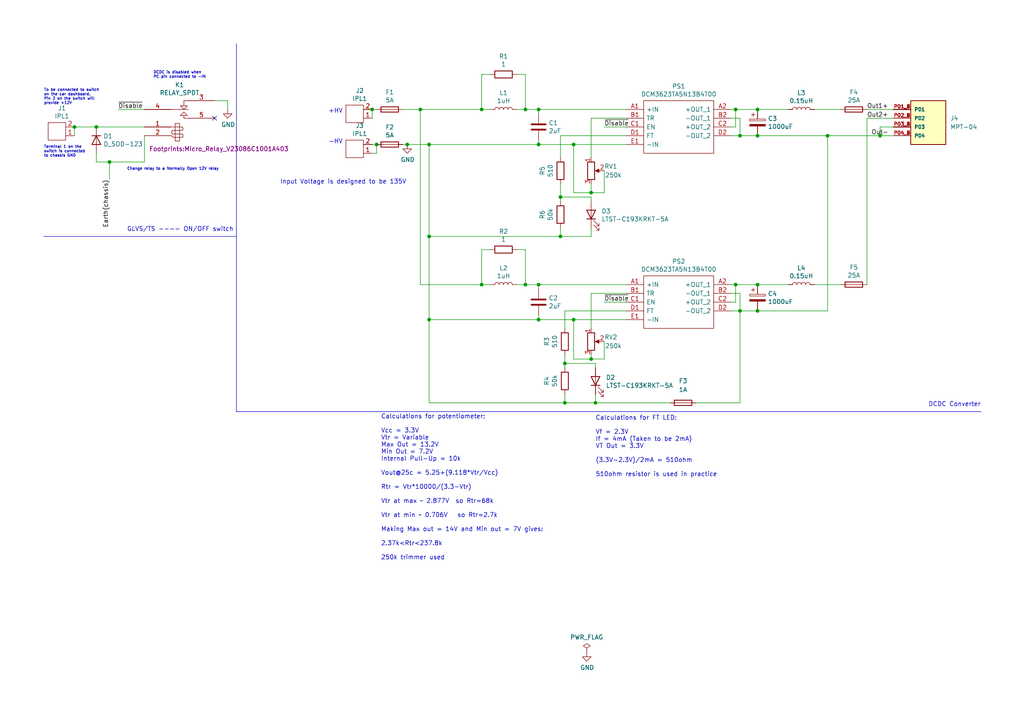
<source format=kicad_sch>
(kicad_sch (version 20231120) (generator "eeschema") (generator_version "8.0")
  (paper "A4")
  (lib_symbols
    (symbol "DCDCPCB-rescue:IPL1-FormulaStudent-fs-dcdc-converter-rescue" (pin_names (offset 1.016))
      (property "Reference" "J" (at 0 3.81 0))
      (property "Value" "IPL1-FormulaStudent-fs-dcdc-converter-rescue" (at 0 -3.81 0))
      (symbol "IPL1-FormulaStudent-fs-dcdc-converter-rescue_0_1"
        (rectangle (start -2.54 -2.54) (end 2.54 2.54))
      )
      (symbol "IPL1-FormulaStudent-fs-dcdc-converter-rescue_1_1"
        (pin passive line (at -5.08 1.27 0) (length 2.54) (name "~") (number "1"))
        (pin passive line (at -5.08 -1.27 0) (length 2.54) (name "~") (number "2"))
      )
    )
    (symbol "DCDCPCB-rescue:RELAY_SPDT-FormulaStudent-fs-dcdc-converter-rescue" (pin_names (offset 1.016) hide)
      (property "Reference" "K" (at -1.27 2.54 0))
      (property "Value" "RELAY_SPDT-FormulaStudent-fs-dcdc-converter-rescue" (at 3.81 -12.7 0))
      (symbol "RELAY_SPDT-FormulaStudent-fs-dcdc-converter-rescue_0_1"
        (polyline (pts (xy -2.54 -8.89) (xy -2.286 -8.89)))
        (polyline (pts (xy -2.54 -6.35) (xy -1.27 -6.35)))
        (polyline (pts (xy -2.54 -1.27) (xy 1.27 -1.27)))
        (polyline (pts (xy -2.286 -8.89) (xy -1.778 -9.3726)))
        (polyline (pts (xy -2.286 -8.1026) (xy -2.286 -7.62)))
        (polyline (pts (xy -2.032 -8.382) (xy -2.286 -8.1026)))
        (polyline (pts (xy -2.032 -7.366) (xy -2.286 -7.62)))
        (polyline (pts (xy -1.778 -9.3726) (xy -1.27 -9.3726)))
        (polyline (pts (xy -1.27 -10.414) (xy -1.27 -5.3086)))
        (polyline (pts (xy -1.27 -8.382) (xy -2.032 -8.382)))
        (polyline (pts (xy -1.27 -8.382) (xy 0 -8.382)))
        (polyline (pts (xy -1.27 -7.366) (xy -2.032 -7.366)))
        (polyline (pts (xy -1.27 -6.35) (xy 0 -6.35)))
        (polyline (pts (xy -1.27 -5.3086) (xy 0 -5.3086)))
        (polyline (pts (xy 0 -10.414) (xy -1.27 -10.414)))
        (polyline (pts (xy 0 -9.3726) (xy -1.27 -9.3726)))
        (polyline (pts (xy 0 -9.3726) (xy 0.7366 -9.3726)))
        (polyline (pts (xy 0 -8.382) (xy 0.7366 -8.382)))
        (polyline (pts (xy 0 -7.366) (xy -1.27 -7.366)))
        (polyline (pts (xy 0 -7.366) (xy 0.7366 -7.366)))
        (polyline (pts (xy 0 -6.35) (xy 0.7366 -6.35)))
        (polyline (pts (xy 0 -5.3086) (xy 0 -10.414)))
        (polyline (pts (xy 0.254 -3.0226) (xy 2.2606 -3.0226)))
        (polyline (pts (xy 0.254 -0.2286) (xy 2.2606 -0.2286)))
        (polyline (pts (xy 0.7366 -9.3726) (xy 0.9906 -9.144)))
        (polyline (pts (xy 0.7366 -8.382) (xy 0.9906 -8.636)))
        (polyline (pts (xy 0.7366 -7.366) (xy 0.9906 -7.112)))
        (polyline (pts (xy 0.7366 -6.35) (xy 0.9906 -6.5786)))
        (polyline (pts (xy 0.9906 -9.144) (xy 0.9906 -8.636)))
        (polyline (pts (xy 0.9906 -6.5786) (xy 0.9906 -7.112)))
        (polyline (pts (xy 1.27 -3.81) (xy 1.27 -3.302)))
        (polyline (pts (xy 1.27 -3.302) (xy 1.27 -3.0226)))
        (polyline (pts (xy 1.27 -2.032) (xy 0.254 -3.0226)))
        (polyline (pts (xy 1.27 -1.27) (xy 0.254 -0.2286)))
        (polyline (pts (xy 1.27 -1.27) (xy 2.54 -1.27)))
        (polyline (pts (xy 1.27 1.27) (xy 1.27 -0.2286)))
        (polyline (pts (xy 1.27 1.27) (xy 2.54 1.27)))
        (polyline (pts (xy 2.2606 -3.0226) (xy 1.27 -2.032)))
        (polyline (pts (xy 2.2606 -0.2286) (xy 1.27 -1.27)))
        (polyline (pts (xy 2.54 -3.81) (xy 1.27 -3.81)))
      )
      (symbol "RELAY_SPDT-FormulaStudent-fs-dcdc-converter-rescue_1_1"
        (pin input line (at -10.16 -6.35 0) (length 7.62) (name "1") (number "1"))
        (pin input line (at -10.16 -8.89 0) (length 7.62) (name "2") (number "2"))
        (pin passive line (at 10.16 1.27 180) (length 7.62) (name "R1") (number "3"))
        (pin passive line (at -10.16 -1.27 0) (length 7.62) (name "C1") (number "4"))
        (pin passive line (at 10.16 -3.81 180) (length 7.62) (name "T1") (number "5"))
      )
    )
    (symbol "DCM3623TA5N13B4T00:DCM3623TA5N13B4T00" (pin_names (offset 0.762))
      (property "Reference" "PS" (at 26.67 7.62 0))
      (property "Value" "DCM3623TA5N13B4T00_DCM3623TA5N13B4T00" (at 26.67 5.08 0))
      (symbol "DCM3623TA5N13B4T00_0_0"
        (pin passive line (at 0 0 0) (length 5.08) (name "+IN") (number "A1"))
        (pin passive line (at 30.48 0 180) (length 5.08) (name "+OUT_1") (number "A2"))
        (pin passive line (at 0 -2.54 0) (length 5.08) (name "TR") (number "B1"))
        (pin passive line (at 30.48 -2.54 180) (length 5.08) (name "-OUT_1") (number "B2"))
        (pin passive line (at 0 -5.08 0) (length 5.08) (name "EN") (number "C1"))
        (pin passive line (at 30.48 -5.08 180) (length 5.08) (name "+OUT_2") (number "C2"))
        (pin passive line (at 0 -7.62 0) (length 5.08) (name "FT") (number "D1"))
        (pin passive line (at 30.48 -7.62 180) (length 5.08) (name "-OUT_2") (number "D2"))
        (pin passive line (at 0 -10.16 0) (length 5.08) (name "-IN") (number "E1"))
      )
      (symbol "DCM3623TA5N13B4T00_0_1"
        (polyline (pts (xy 5.08 2.54) (xy 25.4 2.54) (xy 25.4 -12.7) (xy 5.08 -12.7) (xy 5.08 2.54)) (stroke (width 0.1524)))
      )
    )
    (symbol "Device:C" (pin_numbers hide) (pin_names (offset 0.254))
      (property "Reference" "C" (at 0.635 2.54 0))
      (property "Value" "C" (at 0.635 -2.54 0))
      (symbol "C_0_1"
        (polyline (pts (xy -2.032 -0.762) (xy 2.032 -0.762)) (stroke (width 0.508)))
        (polyline (pts (xy -2.032 0.762) (xy 2.032 0.762)) (stroke (width 0.508)))
      )
      (symbol "C_1_1"
        (pin passive line (at 0 3.81 270) (length 2.794) (name "~") (number "1"))
        (pin passive line (at 0 -3.81 90) (length 2.794) (name "~") (number "2"))
      )
    )
    (symbol "Device:CP" (pin_numbers hide) (pin_names (offset 0.254))
      (property "Reference" "C" (at 0.635 2.54 0))
      (property "Value" "Device_CP" (at 0.635 -2.54 0))
      (symbol "CP_0_1"
        (rectangle (start -2.286 0.508) (end 2.286 1.016))
        (polyline (pts (xy -1.778 2.286) (xy -0.762 2.286)))
        (polyline (pts (xy -1.27 2.794) (xy -1.27 1.778)))
        (rectangle (start 2.286 -0.508) (end -2.286 -1.016) (fill (type outline)))
      )
      (symbol "CP_1_1"
        (pin passive line (at 0 3.81 270) (length 2.794) (name "~") (number "1"))
        (pin passive line (at 0 -3.81 90) (length 2.794) (name "~") (number "2"))
      )
    )
    (symbol "Device:D" (pin_numbers hide) (pin_names (offset 1.016) hide)
      (property "Reference" "D" (at 0 2.54 0))
      (property "Value" "D" (at 0 -2.54 0))
      (symbol "D_0_1"
        (polyline (pts (xy -1.27 1.27) (xy -1.27 -1.27)) (stroke (width 0.254)))
        (polyline (pts (xy 1.27 0) (xy -1.27 0)))
        (polyline (pts (xy 1.27 1.27) (xy 1.27 -1.27) (xy -1.27 0) (xy 1.27 1.27)) (stroke (width 0.254)))
      )
      (symbol "D_1_1"
        (pin passive line (at -3.81 0 0) (length 2.54) (name "K") (number "1"))
        (pin passive line (at 3.81 0 180) (length 2.54) (name "A") (number "2"))
      )
    )
    (symbol "Device:Fuse" (pin_numbers hide) (pin_names (offset 0))
      (property "Reference" "F" (at 2.032 0 90))
      (property "Value" "Fuse" (at -1.905 0 90))
      (symbol "Fuse_0_1"
        (rectangle (start -0.762 -2.54) (end 0.762 2.54) (stroke (width 0.254)))
        (polyline (pts (xy 0 2.54) (xy 0 -2.54)))
      )
      (symbol "Fuse_1_1"
        (pin passive line (at 0 3.81 270) (length 1.27) (name "~") (number "1"))
        (pin passive line (at 0 -3.81 90) (length 1.27) (name "~") (number "2"))
      )
    )
    (symbol "Device:L" (pin_numbers hide) (pin_names (offset 1.016) hide)
      (property "Reference" "L" (at -1.27 0 90))
      (property "Value" "L" (at 1.905 0 90))
      (symbol "L_0_1"
        (arc (start 0 -2.54) (mid 0.6323 -1.905) (end 0 -1.27))
        (arc (start 0 -1.27) (mid 0.6323 -0.635) (end 0 0))
        (arc (start 0 0) (mid 0.6323 0.635) (end 0 1.27))
        (arc (start 0 1.27) (mid 0.6323 1.905) (end 0 2.54))
      )
      (symbol "L_1_1"
        (pin passive line (at 0 3.81 270) (length 1.27) (name "1") (number "1"))
        (pin passive line (at 0 -3.81 90) (length 1.27) (name "2") (number "2"))
      )
    )
    (symbol "Device:LED" (pin_numbers hide) (pin_names (offset 1.016) hide)
      (property "Reference" "D" (at 0 2.54 0))
      (property "Value" "LED" (at 0 -2.54 0))
      (symbol "LED_0_1"
        (polyline (pts (xy -1.27 -1.27) (xy -1.27 1.27)) (stroke (width 0.254)))
        (polyline (pts (xy -1.27 0) (xy 1.27 0)))
        (polyline (pts (xy 1.27 -1.27) (xy 1.27 1.27) (xy -1.27 0) (xy 1.27 -1.27)) (stroke (width 0.254)))
        (polyline (pts (xy -3.048 -0.762) (xy -4.572 -2.286) (xy -3.81 -2.286) (xy -4.572 -2.286) (xy -4.572 -1.524)))
        (polyline (pts (xy -1.778 -0.762) (xy -3.302 -2.286) (xy -2.54 -2.286) (xy -3.302 -2.286) (xy -3.302 -1.524)))
      )
      (symbol "LED_1_1"
        (pin passive line (at -3.81 0 0) (length 2.54) (name "K") (number "1"))
        (pin passive line (at 3.81 0 180) (length 2.54) (name "A") (number "2"))
      )
    )
    (symbol "Device:R" (pin_numbers hide) (pin_names (offset 0))
      (property "Reference" "R" (at 2.032 0 90))
      (property "Value" "R" (at 0 0 90))
      (symbol "R_0_1"
        (rectangle (start -1.016 -2.54) (end 1.016 2.54) (stroke (width 0.254)))
      )
      (symbol "R_1_1"
        (pin passive line (at 0 3.81 270) (length 1.27) (name "~") (number "1"))
        (pin passive line (at 0 -3.81 90) (length 1.27) (name "~") (number "2"))
      )
    )
    (symbol "Device:R_Potentiometer" (pin_names (offset 1.016) hide)
      (property "Reference" "RV" (at -4.445 0 90))
      (property "Value" "R_Potentiometer" (at -2.54 0 90))
      (symbol "R_Potentiometer_0_1"
        (polyline (pts (xy 2.54 0) (xy 1.524 0)))
        (polyline (pts (xy 1.143 0) (xy 2.286 0.508) (xy 2.286 -0.508) (xy 1.143 0)) (fill (type outline)))
        (rectangle (start 1.016 2.54) (end -1.016 -2.54) (stroke (width 0.254)))
      )
      (symbol "R_Potentiometer_1_1"
        (pin passive line (at 0 3.81 270) (length 1.27) (name "1") (number "1"))
        (pin passive line (at 3.81 0 180) (length 1.27) (name "2") (number "2"))
        (pin passive line (at 0 -3.81 90) (length 1.27) (name "3") (number "3"))
      )
    )
    (symbol "MPT-04-6.30-XX-X-V:MPT-04-6.30-XX-X-V" (pin_names (offset 1.016))
      (property "Reference" "J" (at -5.08 6.35 0))
      (property "Value" "MPT-04-6.30-XX-X-V" (at -5.08 -10.16 0))
      (symbol "MPT-04-6.30-XX-X-V_0_0"
        (rectangle (start -5.08 -7.62) (end 5.08 5.08) (stroke (width 0.254)) (fill (type background)))
        (pin power_in line (at -10.16 2.54 0) (length 5.08) (name "P01") (number "P01_1"))
        (pin power_in line (at -10.16 2.54 0) (length 5.08) (name "P01") (number "P01_2"))
        (pin power_in line (at -10.16 2.54 0) (length 5.08) (name "P01") (number "P01_3"))
        (pin power_in line (at -10.16 2.54 0) (length 5.08) (name "P01") (number "P01_4"))
        (pin power_in line (at -10.16 2.54 0) (length 5.08) (name "P01") (number "P01_5"))
        (pin power_in line (at -10.16 2.54 0) (length 5.08) (name "P01") (number "P01_6"))
        (pin power_in line (at -10.16 0 0) (length 5.08) (name "P02") (number "P02_1"))
        (pin power_in line (at -10.16 0 0) (length 5.08) (name "P02") (number "P02_2"))
        (pin power_in line (at -10.16 0 0) (length 5.08) (name "P02") (number "P02_3"))
        (pin power_in line (at -10.16 0 0) (length 5.08) (name "P02") (number "P02_4"))
        (pin power_in line (at -10.16 0 0) (length 5.08) (name "P02") (number "P02_5"))
        (pin power_in line (at -10.16 0 0) (length 5.08) (name "P02") (number "P02_6"))
        (pin power_in line (at -10.16 -2.54 0) (length 5.08) (name "P03") (number "P03_1"))
        (pin power_in line (at -10.16 -2.54 0) (length 5.08) (name "P03") (number "P03_2"))
        (pin power_in line (at -10.16 -2.54 0) (length 5.08) (name "P03") (number "P03_3"))
        (pin power_in line (at -10.16 -2.54 0) (length 5.08) (name "P03") (number "P03_4"))
        (pin power_in line (at -10.16 -2.54 0) (length 5.08) (name "P03") (number "P03_5"))
        (pin power_in line (at -10.16 -2.54 0) (length 5.08) (name "P03") (number "P03_6"))
        (pin power_in line (at -10.16 -5.08 0) (length 5.08) (name "P04") (number "P04_1"))
        (pin power_in line (at -10.16 -5.08 0) (length 5.08) (name "P04") (number "P04_2"))
        (pin power_in line (at -10.16 -5.08 0) (length 5.08) (name "P04") (number "P04_3"))
        (pin power_in line (at -10.16 -5.08 0) (length 5.08) (name "P04") (number "P04_4"))
        (pin power_in line (at -10.16 -5.08 0) (length 5.08) (name "P04") (number "P04_5"))
        (pin power_in line (at -10.16 -5.08 0) (length 5.08) (name "P04") (number "P04_6"))
      )
    )
    (symbol "power:GND" (power) (pin_names (offset 0))
      (property "Value" "GND" (at 0 -3.81 0))
      (symbol "GND_0_1"
        (polyline (pts (xy 0 0) (xy 0 -1.27) (xy 1.27 -1.27) (xy 0 -2.54) (xy -1.27 -1.27) (xy 0 -1.27)))
      )
      (symbol "GND_1_1"
        (pin power_in line (at 0 0 270) (length 0) hide (name "GND") (number "1"))
      )
    )
    (symbol "power:PWR_FLAG" (power) (pin_numbers hide) (pin_names (offset 0) hide)
      (property "Value" "PWR_FLAG" (at 0 3.81 0))
      (symbol "PWR_FLAG_0_0"
        (pin power_out line (at 0 0 90) (length 0) (name "pwr") (number "1"))
      )
      (symbol "PWR_FLAG_0_1"
        (polyline (pts (xy 0 0) (xy 0 1.27) (xy -1.016 1.905) (xy 0 2.54) (xy 1.016 1.905) (xy 0 1.27)))
      )
    )
  )
  (junction (at 213.36 82.55))
  (junction (at 121.92 31.75))
  (junction (at 152.4 82.55))
  (junction (at 240.03 39.37))
  (junction (at 107.95 31.75))
  (junction (at 255.27 39.37))
  (junction (at 219.71 90.17))
  (junction (at 163.83 105.41))
  (junction (at 139.7 82.55))
  (junction (at 156.21 41.91))
  (junction (at 124.46 92.71))
  (junction (at 156.21 92.71))
  (junction (at 27.94 36.83))
  (junction (at 214.63 39.37))
  (junction (at 162.56 57.15))
  (junction (at 118.11 41.91))
  (junction (at 171.45 55.88))
  (junction (at 166.37 92.71))
  (junction (at 152.4 31.75))
  (junction (at 219.71 39.37))
  (junction (at 172.72 116.84))
  (junction (at 213.36 31.75))
  (junction (at 156.21 31.75))
  (junction (at 21.59 36.83))
  (junction (at 156.21 82.55))
  (junction (at 166.37 41.91))
  (junction (at 31.75 46.99))
  (junction (at 162.56 68.58))
  (junction (at 171.45 104.14))
  (junction (at 139.7 31.75))
  (junction (at 124.46 68.58))
  (junction (at 163.83 116.84))
  (junction (at 109.22 41.91))
  (junction (at 124.46 41.91))
  (junction (at 219.71 31.75))
  (junction (at 214.63 90.17))
  (junction (at 219.71 82.55))
  (no_connect (at 62.23 34.29))
  (wire (pts (xy 156.21 92.71) (xy 166.37 92.71)))
  (wire (pts (xy 152.4 82.55) (xy 156.21 82.55)))
  (wire (pts (xy 212.09 82.55) (xy 213.36 82.55)))
  (wire (pts (xy 251.46 31.75) (xy 259.08 31.75)))
  (wire (pts (xy 162.56 53.34) (xy 162.56 57.15)))
  (wire (pts (xy 175.26 49.53) (xy 175.26 55.88)))
  (wire (pts (xy 171.45 34.29) (xy 171.45 45.72)))
  (wire (pts (xy 213.36 36.83) (xy 213.36 31.75)))
  (wire (pts (xy 228.6 82.55) (xy 219.71 82.55)))
  (wire (pts (xy 109.22 41.91) (xy 109.22 44.45)))
  (wire (pts (xy 255.27 36.83) (xy 255.27 39.37)))
  (wire (pts (xy 41.91 39.37) (xy 41.91 46.99)))
  (wire (pts (xy 41.91 31.75) (xy 34.29 31.75)))
  (wire (pts (xy 212.09 36.83) (xy 213.36 36.83)))
  (wire (pts (xy 213.36 87.63) (xy 213.36 82.55)))
  (wire (pts (xy 124.46 92.71) (xy 124.46 116.84)))
  (wire (pts (xy 156.21 41.91) (xy 156.21 40.64)))
  (wire (pts (xy 142.24 72.39) (xy 139.7 72.39)))
  (wire (pts (xy 236.22 31.75) (xy 243.84 31.75)))
  (wire (pts (xy 142.24 31.75) (xy 139.7 31.75)))
  (wire (pts (xy 171.45 104.14) (xy 171.45 102.87)))
  (wire (pts (xy 201.93 116.84) (xy 214.63 116.84)))
  (wire (pts (xy 163.83 95.25) (xy 163.83 90.17)))
  (wire (pts (xy 163.83 114.3) (xy 163.83 116.84)))
  (wire (pts (xy 139.7 21.59) (xy 142.24 21.59)))
  (wire (pts (xy 162.56 45.72) (xy 162.56 39.37)))
  (wire (pts (xy 181.61 34.29) (xy 171.45 34.29)))
  (wire (pts (xy 124.46 116.84) (xy 163.83 116.84)))
  (wire (pts (xy 213.36 82.55) (xy 219.71 82.55)))
  (wire (pts (xy 172.72 116.84) (xy 194.31 116.84)))
  (wire (pts (xy 175.26 55.88) (xy 171.45 55.88)))
  (wire (pts (xy 162.56 39.37) (xy 181.61 39.37)))
  (wire (pts (xy 107.95 31.75) (xy 109.22 31.75)))
  (polyline (pts (xy 12.7 68.58) (xy 68.58 68.58)))
  (wire (pts (xy 139.7 31.75) (xy 139.7 21.59)))
  (wire (pts (xy 214.63 116.84) (xy 214.63 90.17)))
  (wire (pts (xy 149.86 31.75) (xy 152.4 31.75)))
  (wire (pts (xy 219.71 90.17) (xy 214.63 90.17)))
  (wire (pts (xy 259.08 34.29) (xy 251.46 34.29)))
  (wire (pts (xy 166.37 41.91) (xy 181.61 41.91)))
  (wire (pts (xy 152.4 31.75) (xy 156.21 31.75)))
  (wire (pts (xy 171.45 58.42) (xy 171.45 57.15)))
  (wire (pts (xy 240.03 39.37) (xy 255.27 39.37)))
  (wire (pts (xy 156.21 83.82) (xy 156.21 82.55)))
  (wire (pts (xy 139.7 72.39) (xy 139.7 82.55)))
  (wire (pts (xy 162.56 57.15) (xy 162.56 58.42)))
  (wire (pts (xy 171.45 53.34) (xy 171.45 55.88)))
  (wire (pts (xy 163.83 105.41) (xy 163.83 102.87)))
  (wire (pts (xy 171.45 55.88) (xy 166.37 55.88)))
  (wire (pts (xy 240.03 39.37) (xy 240.03 90.17)))
  (wire (pts (xy 163.83 90.17) (xy 181.61 90.17)))
  (wire (pts (xy 181.61 36.83) (xy 175.26 36.83)))
  (wire (pts (xy 109.22 41.91) (xy 107.95 41.91)))
  (wire (pts (xy 124.46 68.58) (xy 124.46 92.71)))
  (wire (pts (xy 163.83 116.84) (xy 172.72 116.84)))
  (wire (pts (xy 124.46 68.58) (xy 162.56 68.58)))
  (wire (pts (xy 172.72 106.68) (xy 172.72 105.41)))
  (wire (pts (xy 255.27 39.37) (xy 259.08 39.37)))
  (wire (pts (xy 212.09 31.75) (xy 213.36 31.75)))
  (polyline (pts (xy 68.58 119.38) (xy 284.48 119.38)))
  (wire (pts (xy 219.71 31.75) (xy 228.6 31.75)))
  (wire (pts (xy 121.92 31.75) (xy 139.7 31.75)))
  (wire (pts (xy 152.4 21.59) (xy 152.4 31.75)))
  (wire (pts (xy 21.59 36.83) (xy 27.94 36.83)))
  (wire (pts (xy 175.26 104.14) (xy 171.45 104.14)))
  (wire (pts (xy 162.56 68.58) (xy 162.56 66.04)))
  (wire (pts (xy 162.56 57.15) (xy 171.45 57.15)))
  (wire (pts (xy 156.21 31.75) (xy 156.21 33.02)))
  (wire (pts (xy 62.23 29.21) (xy 66.04 29.21)))
  (wire (pts (xy 212.09 34.29) (xy 214.63 34.29)))
  (wire (pts (xy 149.86 21.59) (xy 152.4 21.59)))
  (wire (pts (xy 259.08 36.83) (xy 255.27 36.83)))
  (polyline (pts (xy 68.58 12.7) (xy 68.58 119.38)))
  (wire (pts (xy 156.21 82.55) (xy 181.61 82.55)))
  (wire (pts (xy 107.95 34.29) (xy 107.95 31.75)))
  (wire (pts (xy 166.37 55.88) (xy 166.37 41.91)))
  (wire (pts (xy 152.4 72.39) (xy 152.4 82.55)))
  (wire (pts (xy 116.84 41.91) (xy 118.11 41.91)))
  (wire (pts (xy 107.95 44.45) (xy 109.22 44.45)))
  (wire (pts (xy 156.21 41.91) (xy 166.37 41.91)))
  (wire (pts (xy 175.26 99.06) (xy 175.26 104.14)))
  (wire (pts (xy 212.09 90.17) (xy 214.63 90.17)))
  (wire (pts (xy 156.21 92.71) (xy 156.21 91.44)))
  (wire (pts (xy 124.46 92.71) (xy 156.21 92.71)))
  (wire (pts (xy 181.61 87.63) (xy 175.26 87.63)))
  (wire (pts (xy 124.46 41.91) (xy 124.46 68.58)))
  (wire (pts (xy 156.21 41.91) (xy 124.46 41.91)))
  (wire (pts (xy 219.71 39.37) (xy 214.63 39.37)))
  (wire (pts (xy 31.75 46.99) (xy 41.91 46.99)))
  (wire (pts (xy 149.86 72.39) (xy 152.4 72.39)))
  (wire (pts (xy 156.21 31.75) (xy 181.61 31.75)))
  (wire (pts (xy 166.37 104.14) (xy 166.37 92.71)))
  (wire (pts (xy 149.86 82.55) (xy 152.4 82.55)))
  (wire (pts (xy 181.61 85.09) (xy 171.45 85.09)))
  (wire (pts (xy 41.91 36.83) (xy 27.94 36.83)))
  (wire (pts (xy 139.7 82.55) (xy 142.24 82.55)))
  (wire (pts (xy 251.46 34.29) (xy 251.46 82.55)))
  (wire (pts (xy 171.45 104.14) (xy 166.37 104.14)))
  (wire (pts (xy 121.92 31.75) (xy 121.92 82.55)))
  (wire (pts (xy 116.84 31.75) (xy 121.92 31.75)))
  (wire (pts (xy 172.72 116.84) (xy 172.72 114.3)))
  (wire (pts (xy 240.03 39.37) (xy 219.71 39.37)))
  (wire (pts (xy 121.92 82.55) (xy 139.7 82.55)))
  (wire (pts (xy 214.63 85.09) (xy 212.09 85.09)))
  (wire (pts (xy 236.22 82.55) (xy 243.84 82.55)))
  (wire (pts (xy 163.83 106.68) (xy 163.83 105.41)))
  (wire (pts (xy 172.72 105.41) (xy 163.83 105.41)))
  (wire (pts (xy 214.63 39.37) (xy 214.63 34.29)))
  (wire (pts (xy 27.94 46.99) (xy 27.94 44.45)))
  (wire (pts (xy 240.03 90.17) (xy 219.71 90.17)))
  (wire (pts (xy 118.11 41.91) (xy 124.46 41.91)))
  (wire (pts (xy 214.63 90.17) (xy 214.63 85.09)))
  (wire (pts (xy 66.04 29.21) (xy 66.04 31.75)))
  (wire (pts (xy 27.94 46.99) (xy 31.75 46.99)))
  (wire (pts (xy 213.36 31.75) (xy 219.71 31.75)))
  (wire (pts (xy 212.09 39.37) (xy 214.63 39.37)))
  (wire (pts (xy 212.09 87.63) (xy 213.36 87.63)))
  (wire (pts (xy 31.75 52.07) (xy 31.75 46.99)))
  (wire (pts (xy 171.45 85.09) (xy 171.45 95.25)))
  (wire (pts (xy 21.59 39.37) (xy 21.59 36.83)))
  (wire (pts (xy 171.45 68.58) (xy 162.56 68.58)))
  (wire (pts (xy 171.45 66.04) (xy 171.45 68.58)))
  (wire (pts (xy 166.37 92.71) (xy 181.61 92.71)))
  (text "+HV\n" (at 95.25 33.02 0) (effects (font (size 1.27 1.27)) (justify left bottom)))
  (text "Calculations for FT LED:\n\nVf = 2.3V\nIf = 4mA (Taken to be 2mA)\nVT Out = 3.3V\n\n(3.3V-2.3V)/2mA = 510ohm\n\n510ohm resistor is used in practice" (at 172.72 138.43 0) (effects (font (size 1.27 1.27)) (justify left bottom)))
  (text "Calculations for potentiometer:\n\nVcc = 3.3V\nVtr = Variable\nMax Out = 13.2V\nMin Out = 7.2V\nInternal Pull-Up = 10k\n\nVout@25c = 5.25+(9.118*Vtr/Vcc)\n\nRtr = Vtr*10000/(3.3-Vtr)\n\nVtr at max ~ 2.877V  so Rtr=68k\n\nVtr at min ~ 0.706V   so Rtr=2.7k\n\nMaking Max out = 14V and Min out = 7V gives:\n\n2.37k<Rtr<237.8k\n\n250k trimmer used" (at 110.49 162.56 0) (effects (font (size 1.27 1.27)) (justify left bottom)))
  (text "Input Voltage is designed to be 135V" (at 99.568 52.832 0) (effects (font (size 1.27 1.27))))
  (text "Terminal 1 on the\nswitch is connected \nto chassis GND" (at 12.7 45.72 0) (effects (font (size 0.7874 0.7874)) (justify left bottom)))
  (text "Change relay to a Normally Open 12V relay\n" (at 36.83 49.53 0) (effects (font (size 0.7874 0.7874)) (justify left bottom)))
  (text "To be connected to switch \non the car dashboard.\nPin 2 on the switch will \nprovide +12V" (at 12.7 30.48 0) (effects (font (size 0.7874 0.7874)) (justify left bottom)))
  (text "DCDC is disabled when\nPC pin connected to -IN" (at 44.45 22.86 0) (effects (font (size 0.7874 0.7874)) (justify left bottom)))
  (text "DCDC Converter\n" (at 269.24 118.11 0) (effects (font (size 1.27 1.27)) (justify left bottom)))
  (text "-HV\n" (at 95.25 41.91 0) (effects (font (size 1.27 1.27)) (justify left bottom)))
  (text "GLVS/TS ---- ON/OFF switch\n" (at 36.83 67.31 0) (effects (font (size 1.27 1.27)) (justify left bottom)))
  (label "~{Disable}" (at 175.26 36.83 0))
  (label "Out2+" (at 251.46 34.29 0))
  (label "Earth(chassis)" (at 31.75 52.07 270))
  (label "Out1+" (at 251.46 31.75 0))
  (label "Out-" (at 252.73 39.37 0))
  (label "~{Disable}" (at 175.26 87.63 0))
  (label "~{Disable}" (at 34.29 31.75 0))
  (symbol (lib_id "DCM3623TA5N13B4T00:DCM3623TA5N13B4T00") (at 181.61 31.75 0) (unit 1)
    (property "Reference" "PS1" (at 196.85 25.019 0))
    (property "Value" "DCM3623TA5N13B4T00" (at 196.85 27.3304 0))
    (property "Footprint" "Footprints:DCM3623TA5N13B4T00Heatsink" (effects (hide yes)))
    (property "Datasheet" "http://www.vicorpower.com/documents/datasheets/DCM3623xA5N13B4yzz_ds.pdf" (effects (hide yes)))
    (property "Description" "DC DC CONVERTER 12V 240W" (effects (hide yes)))
    (property "Height" "7.31" (effects (hide yes)))
    (property "Manufacturer_Name" "VICOR" (effects (hide yes)))
    (property "Manufacturer_Part_Number" "DCM3623TA5N13B4T00" (effects (hide yes)))
    (property "Mouser Part Number" "492-DCM3623TA513B4T0" (effects (hide yes)))
    (property "Mouser Price/Stock" "https://www.mouser.co.uk/ProductDetail/Vicor/DCM3623TA5N13B4T00?qs=W0yvOO0ixfHcLrgDOyG9Yg%3D%3D" (effects (hide yes)))
  )
  (symbol (lib_id "Device:Fuse") (at 113.03 31.75 270) (unit 1)
    (property "Reference" "F1" (at 113.03 26.7462 90))
    (property "Value" "5A" (at 113.03 29.0576 90))
    (property "Footprint" "Footprints:PCB_Fuse_Holder_MC_69_0013" (effects (hide yes)))
  )
  (symbol (lib_id "DCM3623TA5N13B4T00:DCM3623TA5N13B4T00") (at 181.61 82.55 0) (unit 1)
    (property "Reference" "PS2" (at 196.85 75.819 0))
    (property "Value" "DCM3623TA5N13B4T00" (at 196.85 78.1304 0))
    (property "Footprint" "Footprints:DCM3623TA5N13B4T00Heatsink" (effects (hide yes)))
    (property "Datasheet" "http://www.vicorpower.com/documents/datasheets/DCM3623xA5N13B4yzz_ds.pdf" (effects (hide yes)))
    (property "Description" "DC DC CONVERTER 12V 240W" (effects (hide yes)))
    (property "Height" "7.31" (effects (hide yes)))
    (property "Manufacturer_Name" "VICOR" (effects (hide yes)))
    (property "Manufacturer_Part_Number" "DCM3623TA5N13B4T00" (effects (hide yes)))
    (property "Mouser Part Number" "492-DCM3623TA513B4T0" (effects (hide yes)))
    (property "Mouser Price/Stock" "https://www.mouser.co.uk/ProductDetail/Vicor/DCM3623TA5N13B4T00?qs=W0yvOO0ixfHcLrgDOyG9Yg%3D%3D" (effects (hide yes)))
  )
  (symbol (lib_id "Device:L") (at 146.05 31.75 90) (unit 1)
    (property "Reference" "L1" (at 146.05 26.924 90))
    (property "Value" "1uH" (at 146.05 29.2354 90))
    (property "Footprint" "Footprints:1uHInductor" (effects (hide yes)))
  )
  (symbol (lib_id "Device:R") (at 146.05 21.59 270) (unit 1)
    (property "Reference" "R1" (at 146.05 16.3322 90))
    (property "Value" "1" (at 146.05 18.6436 90))
    (property "Footprint" "Resistor_SMD:R_1206_3216Metric" (effects (hide yes)))
  )
  (symbol (lib_id "Device:C") (at 156.21 36.83 0) (unit 1)
    (property "Reference" "C1" (at 159.131 35.6616 0) (effects (justify left)))
    (property "Value" "2uF" (at 159.131 37.973 0) (effects (justify left)))
    (property "Footprint" "Capacitor_SMD:C_2220_5650Metric" (effects (hide yes)))
  )
  (symbol (lib_id "Device:CP") (at 219.71 35.56 0) (unit 1)
    (property "Reference" "C3" (at 222.7072 34.3916 0) (effects (justify left)))
    (property "Value" "1000uF" (at 222.7072 36.703 0) (effects (justify left)))
    (property "Footprint" "Footprints:CAP_EEVTG1E102M" (effects (hide yes)))
  )
  (symbol (lib_id "Device:L") (at 232.41 31.75 90) (unit 1)
    (property "Reference" "L3" (at 232.41 26.924 90))
    (property "Value" "0.15uH" (at 232.41 29.2354 90))
    (property "Footprint" "Footprints:0.15UInductor" (effects (hide yes)))
  )
  (symbol (lib_id "Device:CP") (at 219.71 86.36 0) (unit 1)
    (property "Reference" "C4" (at 222.7072 85.1916 0) (effects (justify left)))
    (property "Value" "1000uF" (at 222.7072 87.503 0) (effects (justify left)))
    (property "Footprint" "Footprints:CAP_EEVTG1E102M" (effects (hide yes)))
  )
  (symbol (lib_id "Device:L") (at 232.41 82.55 90) (unit 1)
    (property "Reference" "L4" (at 232.41 77.724 90))
    (property "Value" "0.15uH" (at 232.41 80.0354 90))
    (property "Footprint" "Footprints:0.15UInductor" (effects (hide yes)))
  )
  (symbol (lib_id "Device:L") (at 146.05 82.55 90) (unit 1)
    (property "Reference" "L2" (at 146.05 77.724 90))
    (property "Value" "1uH" (at 146.05 80.0354 90))
    (property "Footprint" "Footprints:1uHInductor" (effects (hide yes)))
  )
  (symbol (lib_id "Device:R") (at 146.05 72.39 270) (unit 1)
    (property "Reference" "R2" (at 146.05 67.1322 90))
    (property "Value" "1" (at 146.05 69.4436 90))
    (property "Footprint" "Resistor_SMD:R_1206_3216Metric" (effects (hide yes)))
  )
  (symbol (lib_id "Device:C") (at 156.21 87.63 0) (unit 1)
    (property "Reference" "C2" (at 159.131 86.4616 0) (effects (justify left)))
    (property "Value" "2uF" (at 159.131 88.773 0) (effects (justify left)))
    (property "Footprint" "Capacitor_SMD:C_2220_5650Metric" (effects (hide yes)))
  )
  (symbol (lib_id "DCDCPCB-rescue:IPL1-FormulaStudent-fs-dcdc-converter-rescue") (at 16.51 38.1 180) (unit 1)
    (property "Reference" "J1" (at 17.9832 31.369 0))
    (property "Value" "IPL1" (at 17.9832 33.6804 0))
    (property "Footprint" "Footprints:SAMTEC_IPL1-102-01-L-S-K" (effects (hide yes)))
  )
  (symbol (lib_id "DCDCPCB-rescue:RELAY_SPDT-FormulaStudent-fs-dcdc-converter-rescue") (at 52.07 30.48 0) (unit 1)
    (property "Reference" "K1" (at 52.07 24.6126 0))
    (property "Value" "RELAY_SPDT" (at 52.07 26.924 0))
    (property "Footprint" "Footprints:Micro_Relay_V23086C1001A403" (at 63.5 43.18 0))
  )
  (symbol (lib_id "DCDCPCB-rescue:IPL1-FormulaStudent-fs-dcdc-converter-rescue") (at 102.87 33.02 180) (unit 1)
    (property "Reference" "J2" (at 104.3432 26.289 0))
    (property "Value" "IPL1" (at 104.3432 28.6004 0))
    (property "Footprint" "Footprints:SAMTEC_IPL1-102-01-L-S-K" (effects (hide yes)))
  )
  (symbol (lib_id "DCDCPCB-rescue:IPL1-FormulaStudent-fs-dcdc-converter-rescue") (at 102.87 43.18 180) (unit 1)
    (property "Reference" "J3" (at 104.3432 36.449 0))
    (property "Value" "IPL1" (at 104.3432 38.7604 0))
    (property "Footprint" "Footprints:SAMTEC_IPL1-102-01-L-S-K" (effects (hide yes)))
  )
  (symbol (lib_id "Device:D") (at 27.94 40.64 270) (unit 1)
    (property "Reference" "D1" (at 29.972 39.4716 90) (effects (justify left)))
    (property "Value" "D_SOD-123" (at 29.972 41.783 90) (effects (justify left)))
    (property "Footprint" "Diode_SMD:D_SOD-123" (effects (hide yes)))
  )
  (symbol (lib_id "power:GND") (at 66.04 31.75 0) (unit 1)
    (property "Reference" "#PWR01" (effects (hide yes)))
    (property "Value" "GND" (at 66.167 36.1442 0))
  )
  (symbol (lib_id "power:GND") (at 118.11 41.91 0) (unit 1)
    (property "Reference" "#PWR02" (effects (hide yes)))
    (property "Value" "GND" (at 118.237 46.3042 0))
  )
  (symbol (lib_id "Device:R") (at 163.83 99.06 0) (unit 1)
    (property "Reference" "R3" (at 158.5722 99.06 90))
    (property "Value" "510" (at 160.8836 99.06 90))
    (property "Footprint" "Resistor_SMD:R_0603_1608Metric" (effects (hide yes)))
  )
  (symbol (lib_id "Device:R") (at 163.83 110.49 0) (unit 1)
    (property "Reference" "R4" (at 158.5722 110.49 90))
    (property "Value" "50k" (at 160.8836 110.49 90))
    (property "Footprint" "Resistor_SMD:R_0603_1608Metric" (effects (hide yes)))
  )
  (symbol (lib_id "Device:LED") (at 172.72 110.49 90) (unit 1)
    (property "Reference" "D2" (at 175.7172 109.4994 90) (effects (justify right)))
    (property "Value" "LTST-C193KRKT-5A" (at 175.7172 111.8108 90) (effects (justify right)))
    (property "Footprint" "LED_SMD:LED_0603_1608Metric" (effects (hide yes)))
  )
  (symbol (lib_id "Device:Fuse") (at 113.03 41.91 270) (unit 1)
    (property "Reference" "F2" (at 113.03 36.9062 90))
    (property "Value" "5A" (at 113.03 39.2176 90))
    (property "Footprint" "Footprints:PCB_Fuse_Holder_MC_69_0013" (effects (hide yes)))
  )
  (symbol (lib_id "power:GND") (at 170.18 189.23 0) (unit 1)
    (property "Reference" "#PWR03" (effects (hide yes)))
    (property "Value" "GND" (at 170.307 193.6242 0))
  )
  (symbol (lib_id "power:PWR_FLAG") (at 170.18 189.23 0) (unit 1)
    (property "Reference" "#FLG01" (effects (hide yes)))
    (property "Value" "PWR_FLAG" (at 170.18 184.8358 0))
  )
  (symbol (lib_id "Device:Fuse") (at 247.65 82.55 270) (unit 1)
    (property "Reference" "F5" (at 247.65 77.5462 90))
    (property "Value" "25A" (at 247.65 79.8576 90))
    (property "Footprint" "Footprints:3568" (effects (hide yes)))
  )
  (symbol (lib_id "Device:R") (at 162.56 62.23 0) (unit 1)
    (property "Reference" "R6" (at 157.3022 62.23 90))
    (property "Value" "50k" (at 159.6136 62.23 90))
    (property "Footprint" "Resistor_SMD:R_0603_1608Metric" (effects (hide yes)))
  )
  (symbol (lib_id "Device:LED") (at 171.45 62.23 90) (unit 1)
    (property "Reference" "D3" (at 174.4472 61.2394 90) (effects (justify right)))
    (property "Value" "LTST-C193KRKT-5A" (at 174.4472 63.5508 90) (effects (justify right)))
    (property "Footprint" "LED_SMD:LED_0603_1608Metric" (effects (hide yes)))
  )
  (symbol (lib_id "Device:R_Potentiometer") (at 171.45 49.53 0) (unit 1)
    (property "Reference" "RV1" (at 179.07 48.26 0) (effects (justify right)))
    (property "Value" "250k" (at 180.34 50.8 0) (effects (justify right)))
    (property "Footprint" "Footprints:TS63Y254KT20" (effects (hide yes)))
    (property "Datasheet" "https://www.mouser.co.uk/datasheet/2/427/VISH_S_A0006600877_1-2569993.pdf" (effects (hide yes)))
  )
  (symbol (lib_id "Device:R") (at 162.56 49.53 0) (unit 1)
    (property "Reference" "R5" (at 157.3022 49.53 90))
    (property "Value" "510" (at 159.6136 49.53 90))
    (property "Footprint" "Resistor_SMD:R_0603_1608Metric" (effects (hide yes)))
  )
  (symbol (lib_id "MPT-04-6.30-XX-X-V:MPT-04-6.30-XX-X-V") (at 269.24 34.29 0) (unit 1)
    (property "Reference" "J4" (at 275.59 34.2899 0) (effects (justify left)))
    (property "Value" "MPT-04" (at 275.59 36.8299 0) (effects (justify left)))
    (property "Footprint" "Footprints:SAMTEC_MPT-04-6.30-XX-X-V" (effects (hide yes)))
    (property "MANUFACTURER" "Samtec" (effects (hide yes)))
    (property "MAXIMUM_PACKAGE_HEIGHT" "11.38 mm" (effects (hide yes)))
    (property "PARTREV" "E" (effects (hide yes)))
    (property "STANDARD" "Manufacturer Recommendations" (effects (hide yes)))
  )
  (symbol (lib_id "Device:Fuse") (at 247.65 31.75 270) (unit 1)
    (property "Reference" "F4" (at 247.65 26.7462 90))
    (property "Value" "25A" (at 247.65 29.0576 90))
    (property "Footprint" "Footprints:3568" (effects (hide yes)))
  )
  (symbol (lib_id "Device:R_Potentiometer") (at 171.45 99.06 0) (unit 1)
    (property "Reference" "RV2" (at 179.07 97.79 0) (effects (justify right)))
    (property "Value" "250k" (at 180.34 100.33 0) (effects (justify right)))
    (property "Footprint" "Footprints:TS63Y254KT20" (effects (hide yes)))
    (property "Datasheet" "https://www.mouser.co.uk/datasheet/2/427/VISH_S_A0006600877_1-2569993.pdf" (effects (hide yes)))
  )
  (symbol (lib_id "Device:Fuse") (at 198.12 116.84 90) (unit 1)
    (property "Reference" "F3" (at 198.12 110.49 90))
    (property "Value" "1A" (at 198.12 113.03 90))
    (property "Footprint" "Diode_SMD:D_1206_3216Metric" (effects (hide yes)))
  )
)
</source>
